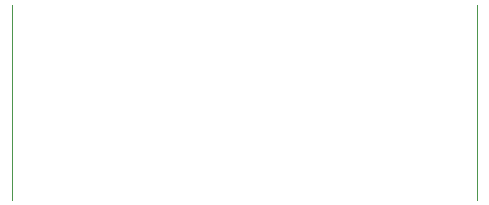
<source format=gbr>
G04 DipTrace 2.4.0.2*
%INBottomAssy.gbr*%
%MOIN*%
%ADD21C,0.002*%
%FSLAX44Y44*%
G04*
G70*
G90*
G75*
G01*
%LNBotAssy*%
%LPD*%
X24305Y10443D2*
D21*
Y3943D1*
X8805Y10443D2*
Y3943D1*
M02*

</source>
